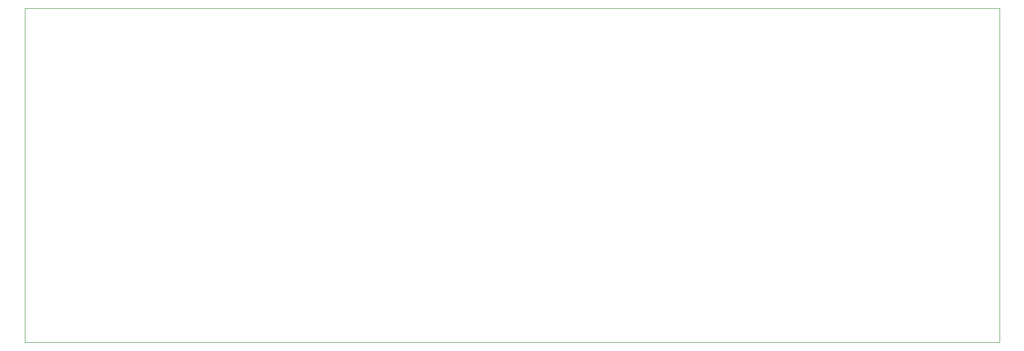
<source format=gm1>
G04 #@! TF.GenerationSoftware,KiCad,Pcbnew,(5.1.9)-1*
G04 #@! TF.CreationDate,2021-02-21T21:58:38-05:00*
G04 #@! TF.ProjectId,FSAE Main Panel,46534145-204d-4616-996e-2050616e656c,rev?*
G04 #@! TF.SameCoordinates,Original*
G04 #@! TF.FileFunction,Profile,NP*
%FSLAX46Y46*%
G04 Gerber Fmt 4.6, Leading zero omitted, Abs format (unit mm)*
G04 Created by KiCad (PCBNEW (5.1.9)-1) date 2021-02-21 21:58:38*
%MOMM*%
%LPD*%
G01*
G04 APERTURE LIST*
G04 #@! TA.AperFunction,Profile*
%ADD10C,0.100000*%
G04 #@! TD*
G04 APERTURE END LIST*
D10*
X104000000Y-120000000D02*
X273000000Y-120000000D01*
X104000000Y-62000000D02*
X104000000Y-120000000D01*
X273000000Y-62000000D02*
X104000000Y-62000000D01*
X273000000Y-62000000D02*
X273000000Y-120000000D01*
M02*

</source>
